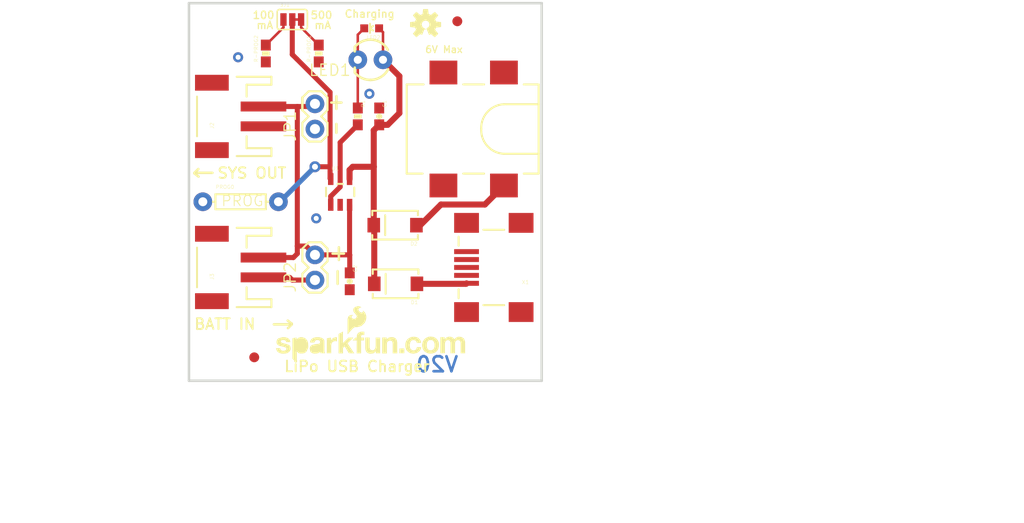
<source format=kicad_pcb>
(kicad_pcb (version 20211014) (generator pcbnew)
  (layers (0 "F.Cu" signal) (31 "B.Cu" signal) (34 "B.Paste" user) (35 "F.Paste" user) (36 "B.SilkS" user "B.Silkscreen") (37 "F.SilkS" user "F.Silkscreen") (38 "B.Mask" user) (39 "F.Mask" user) (44 "Edge.Cuts" user))
  (net 0 "")
  (net 1 "GND")
  (net 2 "N$1")
  (net 3 "N$7")
  (net 4 "PROG")
  (net 5 "N$4")
  (net 6 "N$5")
  (net 7 "N$2")
  (net 8 "N$3")
  (net 9 "N$6")
  (net 10 "N$10")
  (net 11 "N$8")
  (footprint "boardEagle:OSHW-LOGO-S" (layer "F.Cu") (at 154.5717 88.1126)
    (fp_text reference "LOGO1" hide)
    (fp_text value "OSHW-LOGOS" hide)
    (fp_poly (pts (xy 0.301647 -1.061351) (xy 0.42347 -1.022344) (xy 0.537177 -0.963769) (xy 0.92862 -1.282946) (xy 1.282946 -0.92862) (xy 0.961035 -0.533823) (xy 1.057046 -0.302084) (xy 1.5638 -0.250561) (xy 1.5638 0.250561) (xy 1.057046 0.302084) (xy 0.961035 0.533823) (xy 1.282946 0.92862) (xy 0.92862 1.282946) (xy 0.537177 0.96377) (xy 0.356601 1.056794) (xy 0.088679 0.410073) (xy 0.326262 0.2176) (xy 0.373649 0.121468) (xy 0.392729 0.010339) (xy 0.379464 -0.101634) (xy 0.334947 -0.205229) (xy 0.262842 -0.291918) (xy 0.169087 -0.354561) (xy 0.061406 -0.387999) (xy -0.051342 -0.38948) (xy -0.159868 -0.358881) (xy -0.255234 -0.298724) (xy -0.329589 -0.213962) (xy -0.376813 -0.111569) (xy -0.392176 -0.005767) (xy -0.322923 0.222565) (xy -0.249312 0.303773) (xy 0.091677 0.5081) (xy -0.12929 0.5081) (xy -0.355332 1.053732) (xy -0.506597 0.983577) (xy -0.538922 0.965192) (xy -0.92862 1.282946) (xy -1.282946 0.92862) (xy -0.961035 0.533823) (xy -1.057046 0.302084) (xy -1.5638 0.250561) (xy -1.5638 -0.250561) (xy -1.057046 -0.302084) (xy -0.961035 -0.533823) (xy -1.282946 -0.92862) (xy -0.92862 -1.282946) (xy -0.533823 -0.961035) (xy -0.302084 -1.057046) (xy -0.250561 -1.5638) (xy 0.250561 -1.5638)) (layer "F.SilkS") (width 0) (fill solid))
  )
  (footprint "boardEagle:STAND-OFF" (layer "F.Cu") (at 133.2611 88.4936)
    (fp_text reference "JP8" hide)
    (fp_text value "STAND-OFF" hide)
    (pad "" np_thru_hole circle (at 0 0) (size 3.302 3.302) (drill 3.302) (layers *.Cu *.Mask))
  )
  (footprint "boardEagle:POWER_JACK_SMD" (layer "F.Cu") (at 162.4711 98.6536 180)
    (fp_text reference "J1" hide)
    (fp_text value "POWER_JACKSMD" hide)
    (fp_line (start -3.5 2.5) (end -3.5 4.5) (layer "F.SilkS") (width 0.2032))
    (fp_line (start 9.8 -4.5) (end 9.8 4.5) (layer "F.SilkS") (width 0.2032))
    (fp_line (start 4.1 4.5) (end 2 4.5) (layer "F.SilkS") (width 0.2032))
    (fp_line (start -3.5 -4.5) (end -2 -4.5) (layer "F.SilkS") (width 0.2032))
    (fp_line (start -2 4.5) (end -3.5 4.5) (layer "F.SilkS") (width 0.2032))
    (fp_line (start 8.2 -4.5) (end 9.8 -4.5) (layer "F.SilkS") (width 0.2032))
    (fp_line (start -3.5 -2.5) (end 0 -2.5) (layer "F.SilkS") (width 0.2032))
    (fp_line (start -3.5 -4.5) (end -3.5 -2.5) (layer "F.SilkS") (width 0.2032))
    (fp_line (start 0 2.5) (end -3.5 2.5) (layer "F.SilkS") (width 0.2032))
    (fp_line (start -3.5 -2.5) (end -3.5 2.5) (layer "F.SilkS") (width 0.2032))
    (fp_line (start 2 -4.5) (end 4.1 -4.5) (layer "F.SilkS") (width 0.2032))
    (fp_line (start 9.8 4.5) (end 8.1 4.5) (layer "F.SilkS") (width 0.2032))
    (fp_arc (start 2.286 0) (mid 1.660767 1.723446) (end 0 2.5) (layer "F.SilkS") (width 0.2032))
    (fp_arc (start 0 -2.5) (mid 1.660767 -1.723446) (end 2.286 0) (layer "F.SilkS") (width 0.2032))
    (pad "" np_thru_hole circle (at 4.572 0 180) (size 2.032 2.032) (drill 2.032) (layers *.Cu *.Mask))
    (pad "" np_thru_hole circle (at 0 0 180) (size 2.032 2.032) (drill 2.032) (layers *.Cu *.Mask))
    (pad "GND" smd rect (at 0 5.7 180) (size 2.8 2.4) (layers "F.Cu" "F.Paste" "F.Mask") (net 1 "GND"))
    (pad "P$4" smd rect (at 6.1 5.7 180) (size 2.8 2.4) (layers "F.Cu" "F.Paste" "F.Mask") (net 1 "GND"))
    (pad "VIN0" smd rect (at 0 -5.7 180) (size 2.8 2.4) (layers "F.Cu" "F.Paste" "F.Mask") (net 11 "N$8"))
    (pad "VIN1" smd rect (at 6.1 -5.7 180) (size 2.8 2.4) (layers "F.Cu" "F.Paste" "F.Mask"))
  )
  (footprint "boardEagle:FIDUCIAL-1X2" (layer "F.Cu") (at 137.2997 121.6914)
    (fp_text reference "JP12" hide)
    (fp_text value "FIDUCIAL1X2" hide)
    (pad "1" smd roundrect (at 0 0) (size 1 1) (layers "F.Cu" "F.Mask") (roundrect_rratio 0.5))
  )
  (footprint "boardEagle:0603-RES" (layer "F.Cu") (at 147.7391 97.3836 -90)
    (fp_text reference "R1" (at -0.889 -0.762 -90) (layer "F.SilkS") (effects (font (size 0.373888 0.373888) (thickness 0.032512)) (justify left bottom)))
    (fp_text value "330")
    (fp_poly (pts (xy -0.2286 0.381) (xy 0.2286 0.381) (xy 0.2286 -0.381) (xy -0.2286 -0.381)) (layer "F.SilkS") (width 0) (fill solid))
    (pad "1" smd rect (at -0.85 0 270) (size 1.1 1) (layers "F.Cu" "F.Paste" "F.Mask") (net 8 "N$3"))
    (pad "2" smd rect (at 0.85 0 270) (size 1.1 1) (layers "F.Cu" "F.Paste" "F.Mask") (net 7 "N$2"))
  )
  (footprint "boardEagle:SFE-NEW-WEBLOGO" (layer "F.Cu") (at 139.5095 122.2248)
    (fp_text reference "JP11" hide)
    (fp_text value "LOGO-SFENEW" hide)
    (fp_line (start 11.7729 -0.955) (end 11.7729 -1.9202) (layer "F.SilkS") (width 0.0254))
    (fp_line (start 11.1379 -0.9449) (end 10.7163 -0.9449) (layer "F.SilkS") (width 0.0254))
    (fp_line (start 11.1201 -2.2962) (end 11.1277 -2.2962) (layer "F.SilkS") (width 0.0254))
    (fp_line (start 10.7163 -0.9449) (end 10.7163 -2.5171) (layer "F.SilkS") (width 0.0254))
    (fp_line (start 15.5702 -2.6137) (end 15.5854 -2.6137) (layer "F.SilkS") (width 0.0254))
    (fp_line (start 15.5702 -2.2962) (end 15.5702 -2.6137) (layer "F.SilkS") (width 0.0254))
    (fp_line (start 15.5499 -2.6137) (end 15.5499 -2.2911) (layer "F.SilkS") (width 0.0254))
    (fp_line (start 11.1379 -1.8136) (end 11.1379 -0.9449) (layer "F.SilkS") (width 0.0254))
    (fp_line (start 12.1818 -2.0091) (end 12.1818 -0.955) (layer "F.SilkS") (width 0.0254))
    (fp_line (start 11.1201 -2.5171) (end 11.1201 -2.2962) (layer "F.SilkS") (width 0.0254))
    (fp_line (start 10.7163 -2.5171) (end 11.1201 -2.5171) (layer "F.SilkS") (width 0.0254))
    (fp_line (start 12.1818 -0.955) (end 11.7729 -0.955) (layer "F.SilkS") (width 0.0254))
    (fp_line (start 15.5499 -2.2911) (end 15.527 -2.2911) (layer "F.SilkS") (width 0.0254))
    (fp_arc (start 15.24 -1.4097) (mid 15.194331 -1.520588) (end 15.1714 -1.6383) (layer "F.SilkS") (width 0.0254))
    (fp_arc (start 11.5672 -2.5552) (mid 11.667584 -2.556058) (end 11.7678 -2.5502) (layer "F.SilkS") (width 0.0254))
    (fp_arc (start 11.1582 -2.319) (mid 11.152103 -2.311188) (end 11.1455 -2.3038) (layer "F.SilkS") (width 0.0254))
    (fp_arc (start 16.4033 -1.8085) (mid 16.380488 -1.583529) (end 16.317 -1.3665) (layer "F.SilkS") (width 0.0254))
    (fp_arc (start 15.5854 -2.6137) (mid 15.698073 -2.606673) (end 15.809 -2.5857) (layer "F.SilkS") (width 0.0254))
    (fp_arc (start 11.1684 -2.0396) (mid 11.206138 -2.110015) (end 11.2598 -2.1692) (layer "F.SilkS") (width 0.0254))
    (fp_arc (start 11.259799 -2.1692) (mid 11.334441 -2.214452) (end 11.4198 -2.2327) (layer "F.SilkS") (width 0.0254))
    (fp_arc (start 14.7549 -1.9507) (mid 14.882786 -2.260687) (end 15.128201 -2.4892) (layer "F.SilkS") (width 0.0254))
    (fp_arc (start 11.5976 -2.2276) (mid 11.664346 -2.1894) (end 11.7145 -2.1311) (layer "F.SilkS") (width 0.0254))
    (fp_arc (start 15.5702 -2.2962) (mid 15.650001 -2.290017) (end 15.7277 -2.2708) (layer "F.SilkS") (width 0.0254))
    (fp_arc (start 11.5316 -2.2377) (mid 11.475702 -2.235165) (end 11.4198 -2.2327) (layer "F.SilkS") (width 0.0254))
    (fp_arc (start 15.7632 -1.2725) (mid 15.597525 -1.230563) (end 15.428 -1.2522) (layer "F.SilkS") (width 0.0254))
    (fp_arc (start 15.5423 -0.9195) (mid 15.249615 -0.972854) (end 14.9911 -1.1201) (layer "F.SilkS") (width 0.0254))
    (fp_arc (start 11.1582 -2.319) (mid 11.172158 -2.338081) (end 11.1862 -2.3571) (layer "F.SilkS") (width 0.0254))
    (fp_arc (start 11.2725 -2.446) (mid 11.411238 -2.52384) (end 11.5672 -2.5552) (layer "F.SilkS") (width 0.0254))
    (fp_arc (start 15.908 -1.4097) (mid 15.846801 -1.329279) (end 15.7632 -1.2725) (layer "F.SilkS") (width 0.0254))
    (fp_arc (start 14.8615 -1.27) (mid 14.792796 -1.413418) (end 14.7523 -1.5672) (layer "F.SilkS") (width 0.0254))
    (fp_arc (start 11.1862 -2.3571) (mid 11.2264 -2.404414) (end 11.2725 -2.446) (layer "F.SilkS") (width 0.0254))
    (fp_arc (start 12.0345 -2.4257) (mid 12.104013 -2.336521) (end 12.1488 -2.232699) (layer "F.SilkS") (width 0.0254))
    (fp_arc (start 12.1488 -2.2327) (mid 12.172766 -2.122002) (end 12.1818 -2.0091) (layer "F.SilkS") (width 0.0254))
    (fp_arc (start 15.1714 -1.6383) (mid 15.165026 -1.761448) (end 15.1689 -1.8847) (layer "F.SilkS") (width 0.0254))
    (fp_arc (start 14.9911 -1.1201) (mid 14.919858 -1.189481) (end 14.8615 -1.27) (layer "F.SilkS") (width 0.0254))
    (fp_arc (start 15.168899 -1.8847) (mid 15.20247 -2.035022) (end 15.2781 -2.1692) (layer "F.SilkS") (width 0.0254))
    (fp_arc (start 15.9868 -1.7196) (mid 15.966058 -1.559906) (end 15.908 -1.4097) (layer "F.SilkS") (width 0.0254))
    (fp_arc (start 15.809 -2.5857) (mid 15.978822 -2.520652) (end 16.129 -2.4181) (layer "F.SilkS") (width 0.0254))
    (fp_arc (start 15.428 -1.2522) (mid 15.31871 -1.312699) (end 15.24 -1.4097) (layer "F.SilkS") (width 0.0254))
    (fp_arc (start 11.1455 -2.3038) (mid 11.137379 -2.298176) (end 11.1277 -2.2962) (layer "F.SilkS") (width 0.0254))
    (fp_arc (start 16.317 -1.3665) (mid 16.153433 -1.12491) (end 15.9029 -0.9754) (layer "F.SilkS") (width 0.0254))
    (fp_arc (start 11.1379 -1.8821) (mid 11.146106 -1.962214) (end 11.1684 -2.0396) (layer "F.SilkS") (width 0.0254))
    (fp_arc (start 11.7678 -2.5502) (mid 11.911985 -2.511161) (end 12.0345 -2.425699) (layer "F.SilkS") (width 0.0254))
    (fp_arc (start 11.1379 -1.8136) (mid 11.137681 -1.84785) (end 11.1379 -1.8821) (layer "F.SilkS") (width 0.0254))
    (fp_arc (start 15.9029 -0.9754) (mid 15.724919 -0.932492) (end 15.5423 -0.9195) (layer "F.SilkS") (width 0.0254))
    (fp_arc (start 15.8318 -2.2047) (mid 15.910982 -2.096372) (end 15.9588 -1.971) (layer "F.SilkS") (width 0.0254))
    (fp_arc (start 15.278099 -2.1692) (mid 15.388433 -2.258974) (end 15.527 -2.2911) (layer "F.SilkS") (width 0.0254))
    (fp_arc (start 11.7145 -2.1311) (mid 11.758038 -2.02962) (end 11.7729 -1.9202) (layer "F.SilkS") (width 0.0254))
    (fp_arc (start 16.129 -2.4181) (mid 16.333054 -2.143404) (end 16.4033 -1.808499) (layer "F.SilkS") (width 0.0254))
    (fp_arc (start 15.7277 -2.2708) (mid 15.783745 -2.244042) (end 15.8318 -2.2047) (layer "F.SilkS") (width 0.0254))
    (fp_arc (start 14.7523 -1.5672) (mid 14.737287 -1.759061) (end 14.7549 -1.9507) (layer "F.SilkS") (width 0.0254))
    (fp_arc (start 15.9588 -1.971) (mid 15.980368 -1.846143) (end 15.9868 -1.7196) (layer "F.SilkS") (width 0.0254))
    (fp_arc (start 11.5316 -2.2377) (mid 11.565101 -2.235924) (end 11.5976 -2.2276) (layer "F.SilkS") (width 0.0254))
    (fp_arc (start 15.1282 -2.4892) (mid 15.331296 -2.577713) (end 15.5499 -2.6137) (layer "F.SilkS") (width 0.0254))
    (fp_poly (pts (xy 0.803285 -2.567895) (xy 0.944243 -2.553799) (xy 1.081508 -2.516334) (xy 1.193542 -2.461399) (xy 1.291841 -2.383865) (xy 1.357039 -2.297824) (xy 1.377068 -2.257603) (xy 1.393653 -2.216867) (xy 1.417283 -2.151914) (xy 1.353784 -2.105111) (xy 1.152335 -2.254241) (xy 0.736496 -2.387002) (xy 0.372563 -2.277101) (xy 0.417885 -2.019712) (xy 1.241556 -1.540676) (xy 1.263422 -1.497067) (xy 1.147655 -1.152457) (xy 0.724605 -1.058492) (xy -0.038666 -1.4605) (xy 0.4115 -1.4605) (xy 0.4115 -1.443466) (xy 0.420402 -1.369907) (xy 0.454647 -1.305856) (xy 0.524204 -1.243359) (xy 0.610838 -1.206018) (xy 0.637726 -1.200933) (xy 0.665996 -1.198897) (xy 0.7328 -1.198389) (xy 0.79791 -1.198884) (xy 0.968129 -1.258019) (xy 1.007666 -1.302193) (xy 1.028603 -1.358428) (xy 1.025789 -1.425439) (xy 0.995864 -1.485288) (xy 0.943734 -1.527918) (xy 0.715431 -1.605731) (xy 0.533161 -1.644154) (xy 0.351479 -1.692254) (xy 0.230117 -1.743632) (xy 0.122357 -1.822697) (xy 0.0457 -1.960096) (xy 0.0457 -1.963141) (xy 0.038572 -2.135467) (xy 0.0838 -2.300409) (xy 0.0838 -2.303445) (xy 0.206233 -2.444416) (xy 0.620397 -2.567885) (xy 0.71245 -2.568634)) (layer "F.SilkS") (width 0) (fill solid))
    (fp_poly (pts (xy 9.4234 -1.520809) (xy 9.472888 -1.359974) (xy 9.516069 -1.308185) (xy 9.573108 -1.271734) (xy 9.714103 -1.241374) (xy 9.853529 -1.268908) (xy 10.003067 -1.442966) (xy 10.033 -1.684784) (xy 10.033 -2.5273) (xy 10.48 -2.5273) (xy 10.48 -0.9398) (xy 10.0533 -0.9398) (xy 10.0533 -1.159713) (xy 9.961626 -1.051965) (xy 9.823848 -0.946774) (xy 9.797269 -0.933513) (xy 9.76873 -0.924761) (xy 9.46843 -0.899096) (xy 9.311419 -0.929258) (xy 9.173895 -1.0008) (xy 9.172522 -1.0008) (xy 9.155194 -1.014756) (xy 9.141833 -1.028106) (xy 9.055991 -1.150842) (xy 9.0022 -1.291099) (xy 8.984 -1.439423) (xy 8.984 -2.5324) (xy 9.4234 -2.5324)) (layer "F.SilkS") (width 0) (fill solid))
    (fp_poly (pts (xy 17.714962 -2.583496) (xy 17.714669 -2.58013) (xy 17.812284 -2.526288) (xy 17.900302 -2.442716) (xy 17.956995 -2.351455) (xy 17.961394 -2.355854) (xy 18.007182 -2.404147) (xy 18.086856 -2.480888) (xy 18.177617 -2.546023) (xy 18.30384 -2.60027) (xy 18.440544 -2.616304) (xy 18.698981 -2.580082) (xy 18.93345 -2.426436) (xy 19.05 -2.112985) (xy 19.05 -0.9398) (xy 18.6004 -0.9398) (xy 18.6004 -1.979658) (xy 18.558302 -2.150487) (xy 18.49797 -2.220003) (xy 18.412014 -2.255689) (xy 18.322362 -2.262413) (xy 18.233537 -2.253336) (xy 18.121633 -2.190061) (xy 18.068614 -2.109201) (xy 18.041426 -2.014408) (xy 18.036069 -1.960144) (xy 18.034 -1.904767) (xy 18.034 -0.9398) (xy 17.5768 -0.9398) (xy 17.5768 -2.006808) (xy 17.507834 -2.191589) (xy 17.433119 -2.246143) (xy 17.339789 -2.26304) (xy 17.298061 -2.260863) (xy 17.256145 -2.258198) (xy 17.19103 -2.2421) (xy 17.135402 -2.205103) (xy 17.092564 -2.160343) (xy 17.055171 -2.112821) (xy 17.0155 -1.934108) (xy 17.0155 -0.9423) (xy 16.5583 -0.9423) (xy 16.5583 -2.573) (xy 16.9824 -2.573) (xy 16.9824 -2.355139) (xy 16.985319 -2.355789) (xy 17.015959 -2.3959) (xy 17.093229 -2.475705) (xy 17.171263 -2.538367) (xy 17.262579 -2.579887) (xy 17.318155 -2.59498) (xy 17.374103 -2.605849) (xy 17.443329 -2.614463) (xy 17.514022 -2.618767)) (layer "F.SilkS") (width 0) (fill solid))
    (fp_poly (pts (xy 6.7335 -1.97376) (xy 7.284539 -2.5248) (xy 7.78835 -2.5248) (xy 7.197009 -1.946483) (xy 7.869909 -0.937183) (xy 7.330929 -0.939835) (xy 6.903958 -1.643716) (xy 6.7386 -1.483032) (xy 6.7386 -0.9296) (xy 6.306639 -0.9296) (xy 6.2941 -0.942139) (xy 6.2941 -2.887776) (xy 6.7335 -3.138467)) (layer "F.SilkS") (width 0) (fill solid))
    (fp_poly (pts (xy 12.4257 -0.9449) (xy 12.921 -0.9449) (xy 12.921 -1.43) (xy 12.4257 -1.43)) (layer "F.SilkS") (width 0) (fill solid))
    (fp_poly (pts (xy 8.337002 -5.691103) (xy 8.426449 -5.668729) (xy 8.439477 -5.663683) (xy 8.451149 -5.657775) (xy 8.46786 -5.649476) (xy 8.486552 -5.642734) (xy 8.582694 -5.5855) (xy 8.5903 -5.5855) (xy 8.5903 -5.5601) (xy 8.517833 -5.5601) (xy 8.419418 -5.540814) (xy 8.285855 -5.378186) (xy 8.290365 -5.319725) (xy 8.33909 -5.224769) (xy 8.415666 -5.148096) (xy 8.505069 -5.083538) (xy 8.580348 -5.051724) (xy 8.661737 -5.054532) (xy 8.669864 -5.057086) (xy 8.677257 -5.060289) (xy 8.741514 -5.119856) (xy 8.7478 -5.142712) (xy 8.7478 -5.260838) (xy 8.974707 -5.031027) (xy 9.079186 -4.739741) (xy 9.082603 -4.739794) (xy 9.08906 -4.533335) (xy 9.059857 -4.34032) (xy 8.996308 -4.155742) (xy 8.8773 -3.944478) (xy 8.8773 -3.963481) (xy 8.589131 -3.69191) (xy 8.193239 -3.5814) (xy 7.964005 -3.5814) (xy 7.927201 -3.574946) (xy 7.892776 -3.562492) (xy 7.707322 -3.424684) (xy 7.1984 -2.85199) (xy 7.1984 -4.40367) (xy 7.271004 -4.644867) (xy 7.379295 -4.748389) (xy 7.518122 -4.800422) (xy 7.6149 -4.807989) (xy 7.710384 -4.800523) (xy 7.77091 -4.790999) (xy 7.768788 -4.767333) (xy 7.733216 -4.768142) (xy 7.712784 -4.759041) (xy 7.631519 -4.700054) (xy 7.611722 -4.67357) (xy 7.601395 -4.6114) (xy 7.611905 -4.548129) (xy 7.632405 -4.508074) (xy 7.663343 -4.475585) (xy 7.757535 -4.42645) (xy 7.863229 -4.414642) (xy 7.953768 -4.432984) (xy 8.03522 -4.472556) (xy 8.13303 -4.637559) (xy 8.118706 -4.731744) (xy 8.061914 -4.813301) (xy 7.795707 -5.146137) (xy 7.772667 -5.393755) (xy 7.838495 -5.504456) (xy 7.840042 -5.506003) (xy 7.989901 -5.63002) (xy 8.243676 -5.699964)) (layer "F.SilkS") (width 0) (fill solid))
    (fp_poly (pts (xy 2.834651 -2.506079) (xy 2.92707 -2.450683) (xy 3.011605 -2.383731) (xy 3.1267 -2.221709) (xy 3.1267 -2.263503) (xy 3.219434 -1.972794) (xy 3.236098 -1.526727) (xy 3.068933 -1.135798) (xy 2.975978 -1.041462) (xy 2.864973 -0.970996) (xy 2.740356 -0.92713) (xy 2.372489 -0.922) (xy 2.370226 -0.922) (xy 2.254471 -0.962806) (xy 2.0828 -1.127587) (xy 2.0828 0.010757) (xy 1.6434 -0.385552) (xy 1.6434 -2.45912) (xy 2.057593 -2.537568) (xy 2.055012 -2.330538) (xy 2.068304 -2.345345) (xy 2.15812 -2.442839) (xy 2.234107 -2.497896) (xy 2.368681 -2.552194) (xy 2.419192 -2.562883) (xy 2.620347 -2.565422)) (layer "F.SilkS") (width 0) (fill solid))
    (fp_poly (pts (xy 11.770768 -2.56283) (xy 12.043428 -2.435548) (xy 12.160999 -2.237024) (xy 12.1945 -2.010032) (xy 12.1945 -0.9423) (xy 11.7602 -0.9423) (xy 11.7602 -1.918474) (xy 11.70302 -2.124971) (xy 11.656141 -2.179464) (xy 11.593345 -2.215403) (xy 11.53092 -2.224956) (xy 11.476269 -2.222478) (xy 11.422495 -2.220106) (xy 11.268 -2.158791) (xy 11.18035 -2.034508) (xy 11.1506 -1.880883) (xy 11.1506 -0.9322) (xy 10.7036 -0.9322) (xy 10.7036 -2.5298) (xy 11.1328 -2.5298) (xy 11.1328 -2.310454) (xy 11.136857 -2.313263) (xy 11.148195 -2.326834) (xy 11.161924 -2.345602) (xy 11.176241 -2.364992) (xy 11.217267 -2.413279) (xy 11.265048 -2.456381) (xy 11.406772 -2.535896) (xy 11.566093 -2.567932)) (layer "F.SilkS") (width 0) (fill solid))
    (fp_poly (pts (xy 4.444983 -2.544915) (xy 4.588724 -2.501712) (xy 4.72259 -2.430523) (xy 4.844814 -2.271666) (xy 4.859671 -2.1819) (xy 4.8616 -2.1819) (xy 4.8616 -1.6891) (xy 4.864173 -1.6891) (xy 4.861603 -1.242544) (xy 4.871819 -1.108765) (xy 4.906709 -0.979276) (xy 4.920484 -0.9423) (xy 4.495275 -0.9423) (xy 4.477494 -0.951279) (xy 4.472002 -0.970735) (xy 4.468249 -0.985133) (xy 4.446292 -1.084946) (xy 4.440321 -1.089528) (xy 4.438946 -1.088886) (xy 4.309064 -0.98859) (xy 4.153188 -0.927249) (xy 3.824183 -0.906712) (xy 3.683825 -0.938256) (xy 3.554173 -1.000134) (xy 3.486826 -1.05665) (xy 3.437273 -1.130532) (xy 3.3807 -1.444163) (xy 3.3807 -1.446675) (xy 3.401941 -1.543624) (xy 3.446308 -1.632822) (xy 3.527788 -1.722902) (xy 3.632416 -1.784766) (xy 3.937258 -1.861632) (xy 4.048648 -1.873601) (xy 4.159032 -1.884616) (xy 4.224808 -1.893434) (xy 4.289167 -1.907055) (xy 4.336271 -1.923637) (xy 4.379043 -1.948303) (xy 4.407461 -1.974391) (xy 4.413402 -1.982997) (xy 4.4171 -1.991455) (xy 4.4171 -2.14983) (xy 4.358226 -2.232254) (xy 4.254396 -2.270917) (xy 4.188033 -2.274326) (xy 4.120968 -2.275774) (xy 4.006679 -2.25395) (xy 3.883049 -2.131716) (xy 3.8659 -2.045941) (xy 3.8659 -2.0295) (xy 3.429 -2.0295) (xy 3.429 -2.040006) (xy 3.418965 -2.041638) (xy 3.439259 -2.166448) (xy 3.491292 -2.283494) (xy 3.571378 -2.383462) (xy 3.674008 -2.459597) (xy 3.791998 -2.513469) (xy 3.916944 -2.547448) (xy 4.18103 -2.571338)) (layer "F.SilkS") (width 0) (fill solid))
    (fp_poly (pts (xy 6.1316 -2.557116) (xy 6.1316 -2.1463) (xy 6.115783 -2.1463) (xy 6.10653 -2.147054) (xy 6.097893 -2.149211) (xy 6.068387 -2.157247) (xy 6.038922 -2.161538) (xy 5.96265 -2.16474) (xy 5.887609 -2.16159) (xy 5.731931 -2.107297) (xy 5.637642 -2.018651) (xy 5.577302 -1.903423) (xy 5.5499 -1.736362) (xy 5.5499 -0.9423) (xy 5.107878 -0.9423) (xy 5.110519 -2.454146) (xy 5.522 -2.527255) (xy 5.522 -2.234211) (xy 5.526569 -2.235704) (xy 5.544428 -2.262537) (xy 5.578841 -2.314524) (xy 5.613758 -2.367854) (xy 5.686736 -2.438162) (xy 5.778008 -2.498223) (xy 5.979984 -2.565515)) (layer "F.SilkS") (width 0) (fill solid))
    (fp_poly (pts (xy 1.201557 -2.290098) (xy 1.414074 -2.156268) (xy 1.42383 -2.065) (xy 1.01008 -2.065) (xy 1.00135 -2.126336) (xy 0.936084 -2.220524) (xy 0.871818 -2.257603) (xy 0.798545 -2.2758) (xy 0.628591 -2.2758) (xy 0.583991 -2.267366) (xy 0.541641 -2.251683) (xy 0.51157 -2.232098) (xy 0.488615 -2.205726) (xy 0.469153 -2.152745) (xy 0.474605 -2.097619) (xy 0.521549 -2.031824) (xy 0.664468 -1.962838) (xy 0.866638 -1.922444) (xy 1.206678 -1.822687) (xy 1.354318 -1.729494) (xy 1.389578 -1.692366) (xy 1.416579 -1.648151) (xy 1.460229 -1.440208) (xy 1.447804 -1.4376) (xy 1.460484 -1.436955) (xy 1.457817 -1.384541) (xy 1.452657 -1.33034) (xy 1.371775 -1.140043) (xy 1.14885 -0.969822) (xy 1.013381 -0.927267) (xy 0.74708 -0.904177) (xy 0.617383 -0.909691) (xy 0.487493 -0.922202) (xy 0.306845 -0.984179) (xy 0.185213 -1.061804) (xy 0.109225 -1.132023) (xy 0.056988 -1.2215) (xy 0.013059 -1.350644) (xy 0.002577 -1.410659) (xy -0.00152 -1.469003) (xy 0.738195 -1.10308) (xy 1.120535 -1.189415) (xy 1.224069 -1.497645) (xy 0.809011 -1.723764) (xy 0.364394 -1.98847) (xy 0.308075 -2.310537) (xy 0.741882 -2.423672)) (layer "F.SilkS") (width 0) (fill solid))
    (fp_poly (pts (xy 15.5499 -2.609649) (xy 15.5499 -2.29782) (xy 15.429469 -2.281338) (xy 15.314616 -2.217851) (xy 15.23586 -2.109416) (xy 15.196312 -2.020604) (xy 15.168868 -1.873153) (xy 15.163824 -1.687316) (xy 15.181322 -1.562471) (xy 15.218744 -1.447652) (xy 15.272523 -1.345) (xy 15.437302 -1.244156) (xy 15.6121 -1.221967) (xy 15.787119 -1.281181) (xy 15.894998 -1.379217) (xy 15.949332 -1.500229) (xy 15.9868 -1.655017) (xy 15.9868 -1.797481) (xy 15.961756 -1.990339) (xy 15.88736 -2.151531) (xy 15.803924 -2.232457) (xy 15.708711 -2.283762) (xy 15.58997 -2.2936) (xy 15.567485 -2.2936) (xy 15.57294 -2.617878) (xy 15.788992 -2.590535) (xy 15.954486 -2.53364) (xy 16.155367 -2.394616) (xy 16.266844 -2.264968) (xy 16.37246 -2.027864) (xy 16.400898 -1.805948) (xy 16.375193 -1.592623) (xy 16.305839 -1.343513) (xy 16.222719 -1.211114) (xy 16.101494 -1.095067) (xy 15.987532 -1.014773) (xy 15.799031 -0.950211) (xy 15.544583 -0.924513) (xy 15.240687 -0.965682) (xy 14.951456 -1.146439) (xy 14.788469 -1.399985) (xy 14.726674 -1.793647) (xy 14.809154 -2.154405) (xy 15.026083 -2.4307) (xy 15.368412 -2.600648) (xy 15.51864 -2.6187) (xy 15.52691 -2.6187)) (layer "F.SilkS") (width 0) (fill solid))
    (fp_poly (pts (xy 8.809435 -3.119895) (xy 8.875117 -3.1166) (xy 8.89 -3.1166) (xy 8.89 -2.7889) (xy 8.869112 -2.7889) (xy 8.841108 -2.7915) (xy 8.660351 -2.7915) (xy 8.587936 -2.740064) (xy 8.571192 -2.699602) (xy 8.5649 -2.653436) (xy 8.5649 -2.5273) (xy 8.8621 -2.5273) (xy 8.8621 -2.2352) (xy 8.5623 -2.2352) (xy 8.5623 -0.9322) (xy 8.1204 -0.9322) (xy 8.1204 -2.232779) (xy 7.70383 -2.235391) (xy 7.995739 -2.5273) (xy 8.1255 -2.5273) (xy 8.1255 -2.560826) (xy 8.143432 -2.77702) (xy 8.219199 -2.938937) (xy 8.324367 -3.032939) (xy 8.449534 -3.095959) (xy 8.586403 -3.1242) (xy 8.743112 -3.1242)) (layer "F.SilkS") (width 0) (fill solid))
    (fp_poly (pts (xy 14.181776 -2.563159) (xy 14.181555 -2.560669) (xy 14.327447 -2.496725) (xy 14.547848 -2.246517) (xy 14.619242 -1.9914) (xy 14.1707 -1.9914) (xy 14.1707 -2.005388) (xy 14.15242 -2.10038) (xy 14.100807 -2.180729) (xy 14.023181 -2.236025) (xy 13.860405 -2.2706) (xy 13.694207 -2.245798) (xy 13.653262 -2.227396) (xy 13.618712 -2.198612) (xy 13.531409 -2.074936) (xy 13.459735 -1.779947) (xy 13.507258 -1.471936) (xy 13.55233 -1.379537) (xy 13.718934 -1.256376) (xy 13.795519 -1.238584) (xy 13.875272 -1.234455) (xy 13.963395 -1.249226) (xy 14.044683 -1.286045) (xy 14.088707 -1.320383) (xy 14.123821 -1.362695) (xy 14.191983 -1.5646) (xy 14.6202 -1.5646) (xy 14.6202 -1.546046) (xy 14.607183 -1.4497) (xy 14.551954 -1.307962) (xy 14.468685 -1.180108) (xy 14.234909 -0.989147) (xy 13.88734 -0.904104) (xy 13.726062 -0.914148) (xy 13.567886 -0.942693) (xy 13.423659 -0.994928) (xy 13.188191 -1.185237) (xy 13.098694 -1.32648) (xy 13.017451 -1.644495) (xy 13.0251 -1.894992) (xy 13.0251 -1.896181) (xy 13.064859 -2.076939) (xy 13.14486 -2.243932) (xy 13.26133 -2.388842) (xy 13.574558 -2.580191) (xy 13.883988 -2.616332)) (layer "F.SilkS") (width 0) (fill solid))
  )
  (footprint "boardEagle:SJ_3" (layer "F.Cu") (at 141.1351 87.6046)
    (fp_text reference "SJ1" (at -1.27 -1.27) (layer "F.SilkS") (effects (font (size 0.373888 0.373888) (thickness 0.032512)) (justify left bottom)))
    (fp_text value "")
    (fp_line (start -1.524 0.762) (end -1.524 -0.762) (layer "F.SilkS") (width 0.1524))
    (fp_line (start 1.524 0.762) (end 1.524 -0.762) (layer "F.SilkS") (width 0.1524))
    (fp_line (start 1.27 1.016) (end -1.27 1.016) (layer "F.SilkS") (width 0.1524))
    (fp_line (start -1.27 -1.016) (end 1.27 -1.016) (layer "F.SilkS") (width 0.1524))
    (fp_arc (start -1.27 1.016) (mid -1.449605 0.941605) (end -1.524 0.762) (layer "F.SilkS") (width 0.1524))
    (fp_arc (start -1.524 -0.762) (mid -1.449605 -0.941605) (end -1.27 -1.016) (layer "F.SilkS") (width 0.1524))
    (fp_arc (start 1.27 -1.016) (mid 1.449605 -0.941605) (end 1.524 -0.762) (layer "F.SilkS") (width 0.1524))
    (fp_arc (start 1.524 0.762) (mid 1.449605 0.941605) (end 1.27 1.016) (layer "F.SilkS") (width 0.1524))
    (pad "1" smd rect (at -0.889 0) (size 0.635 1.27) (layers "F.Cu" "F.Mask") (net 3 "N$7"))
    (pad "2" smd rect (at 0 0) (size 0.635 1.27) (layers "F.Cu" "F.Mask") (net 4 "PROG"))
    (pad "3" smd rect (at 0.889 0) (size 0.635 1.27) (layers "F.Cu" "F.Mask") (net 5 "N$4"))
  )
  (footprint "boardEagle:LED-0603" (layer "F.Cu") (at 149.1361 88.4936 90)
    (fp_text reference "LED2" (at -0.6985 0.889 180) (layer "F.SilkS") (effects (font (size 0.373888 0.373888) (thickness 0.032512)) (justify right top)))
    (fp_text value "RED")
    (fp_line (start -0.46 -0.17) (end 0 -0.17) (layer "F.SilkS") (width 0.2032))
    (fp_line (start 0 -0.17) (end 0.2338 0.14) (layer "F.SilkS") (width 0.2032))
    (fp_line (start -0.0254 -0.1546) (end -0.2184 0.14) (layer "F.SilkS") (width 0.2032))
    (fp_line (start 0.46 -0.17) (end 0 -0.17) (layer "F.SilkS") (width 0.2032))
    (pad "A" smd rect (at 0 0.75 90) (size 0.8 0.8) (layers "F.Cu" "F.Paste" "F.Mask") (net 2 "N$1"))
    (pad "C" smd rect (at 0 -0.75 90) (size 0.8 0.8) (layers "F.Cu" "F.Paste" "F.Mask") (net 8 "N$3"))
  )
  (footprint "boardEagle:SMA-DIODE" (layer "F.Cu") (at 151.5491 114.2746 180)
    (fp_text reference "D1" (at -2.286 -1.651 180) (layer "F.SilkS") (effects (font (size 0.373888 0.373888) (thickness 0.032512)) (justify right top)))
    (fp_text value "MBRA140")
    (fp_line (start 2.3 1) (end 2.3 1.45) (layer "F.SilkS") (width 0.2032))
    (fp_line (start 1 -1) (end 1 1) (layer "F.SilkS") (width 0.2032))
    (fp_line (start 2.3 -1.45) (end 2.3 -1) (layer "F.SilkS") (width 0.2032))
    (fp_line (start 2.3 1.45) (end -2.3 1.45) (layer "F.SilkS") (width 0.2032))
    (fp_line (start -2.3 1.45) (end -2.3 1) (layer "F.SilkS") (width 0.2032))
    (fp_line (start -2.3 -1) (end -2.3 -1.45) (layer "F.SilkS") (width 0.2032))
    (fp_line (start -2.3 -1.45) (end 2.3 -1.45) (layer "F.SilkS") (width 0.2032))
    (pad "A" smd rect (at -2.15 0) (size 1.27 1.47) (layers "F.Cu" "F.Paste" "F.Mask") (net 9 "N$6"))
    (pad "C" smd rect (at 2.15 0 180) (size 1.27 1.47) (layers "F.Cu" "F.Paste" "F.Mask") (net 2 "N$1"))
  )
  (footprint "boardEagle:JST-2-SMD" (layer "F.Cu") (at 134.5311 97.3836 90)
    (fp_text reference "J2" (at -1.27 -1.27 90) (layer "F.SilkS") (effects (font (size 0.373888 0.373888) (thickness 0.032512)) (justify left bottom)))
    (fp_text value "")
    (fp_line (start 2 -3) (end -2 -3) (layer "F.SilkS") (width 0.2032))
    (fp_line (start -3.2 2) (end -2 2) (layer "F.SilkS") (width 0.2032))
    (fp_line (start 4 4.5) (end 4 1) (layer "F.SilkS") (width 0.2032))
    (fp_line (start -4 4.5) (end -3.2 4.5) (layer "F.SilkS") (width 0.2032))
    (fp_line (start -4 1) (end -4 4.5) (layer "F.SilkS") (width 0.2032))
    (fp_line (start 3.2 2) (end 3.2 4.5) (layer "F.SilkS") (width 0.2032))
    (fp_line (start 3.2 4.5) (end 4 4.5) (layer "F.SilkS") (width 0.2032))
    (fp_line (start -3.2 4.5) (end -3.2 2) (layer "F.SilkS") (width 0.2032))
    (fp_line (start 2 2) (end 3.2 2) (layer "F.SilkS") (width 0.2032))
    (pad "1" smd rect (at -1 3.7 90) (size 1 4.6) (layers "F.Cu" "F.Paste" "F.Mask") (net 1 "GND"))
    (pad "2" smd rect (at 1 3.7 90) (size 1 4.6) (layers "F.Cu" "F.Paste" "F.Mask") (net 10 "N$10"))
    (pad "NC1" smd rect (at -3.4 -1.5 180) (size 3.4 1.6) (layers "F.Cu" "F.Paste" "F.Mask"))
    (pad "NC2" smd rect (at 3.4 -1.5 180) (size 3.4 1.6) (layers "F.Cu" "F.Paste" "F.Mask"))
  )
  (footprint "boardEagle:STAND-OFF" (layer "F.Cu") (at 163.7411 88.4936)
    (fp_text reference "JP10" hide)
    (fp_text value "STAND-OFF" hide)
    (pad "" np_thru_hole circle (at 0 0) (size 3.302 3.302) (drill 3.302) (layers *.Cu *.Mask))
  )
  (footprint "boardEagle:0603-RES" (layer "F.Cu") (at 138.4681 91.0336 90)
    (fp_text reference "R-PROG2" (at -0.889 -0.762 90) (layer "F.SilkS") (effects (font (size 0.373888 0.373888) (thickness 0.032512)) (justify left bottom)))
    (fp_text value "10k")
    (fp_poly (pts (xy -0.2286 0.381) (xy 0.2286 0.381) (xy 0.2286 -0.381) (xy -0.2286 -0.381)) (layer "F.SilkS") (width 0) (fill solid))
    (pad "1" smd rect (at -0.85 0 90) (size 1.1 1) (layers "F.Cu" "F.Paste" "F.Mask") (net 1 "GND"))
    (pad "2" smd rect (at 0.85 0 90) (size 1.1 1) (layers "F.Cu" "F.Paste" "F.Mask") (net 3 "N$7"))
  )
  (footprint "boardEagle:SMA-DIODE" (layer "F.Cu") (at 151.4983 108.3564 180)
    (fp_text reference "D2" (at -2.286 -1.651 180) (layer "F.SilkS") (effects (font (size 0.373888 0.373888) (thickness 0.032512)) (justify right top)))
    (fp_text value "MBRA140")
    (fp_line (start -2.3 1.45) (end -2.3 1) (layer "F.SilkS") (width 0.2032))
    (fp_line (start -2.3 -1.45) (end 2.3 -1.45) (layer "F.SilkS") (width 0.2032))
    (fp_line (start 2.3 -1.45) (end 2.3 -1) (layer "F.SilkS") (width 0.2032))
    (fp_line (start 2.3 1.45) (end -2.3 1.45) (layer "F.SilkS") (width 0.2032))
    (fp_line (start -2.3 -1) (end -2.3 -1.45) (layer "F.SilkS") (width 0.2032))
    (fp_line (start 1 -1) (end 1 1) (layer "F.SilkS") (width 0.2032))
    (fp_line (start 2.3 1) (end 2.3 1.45) (layer "F.SilkS") (width 0.2032))
    (pad "A" smd rect (at -2.15 0) (size 1.27 1.47) (layers "F.Cu" "F.Paste" "F.Mask") (net 11 "N$8"))
    (pad "C" smd rect (at 2.15 0 180) (size 1.27 1.47) (layers "F.Cu" "F.Paste" "F.Mask") (net 2 "N$1"))
  )
  (footprint "boardEagle:0603-RES" (layer "F.Cu") (at 143.8021 91.0336 90)
    (fp_text reference "R-PROG1" (at -0.889 -0.762 90) (layer "F.SilkS") (effects (font (size 0.373888 0.373888) (thickness 0.032512)) (justify left bottom)))
    (fp_text value "2k")
    (fp_poly (pts (xy -0.2286 0.381) (xy 0.2286 0.381) (xy 0.2286 -0.381) (xy -0.2286 -0.381)) (layer "F.SilkS") (width 0) (fill solid))
    (pad "1" smd rect (at -0.85 0 90) (size 1.1 1) (layers "F.Cu" "F.Paste" "F.Mask") (net 1 "GND"))
    (pad "2" smd rect (at 0.85 0 90) (size 1.1 1) (layers "F.Cu" "F.Paste" "F.Mask") (net 5 "N$4"))
  )
  (footprint "boardEagle:1X02" (layer "F.Cu") (at 143.4211 113.8936 90)
    (fp_text reference "JP2" (at -1.3462 -1.8288 90) (layer "F.SilkS") (effects (font (size 1.143 1.143) (thickness 0.127)) (justify left bottom)))
    (fp_text value "M02PTH")
    (fp_line (start 3.175 -1.27) (end 3.81 -0.635) (layer "F.SilkS") (width 0.2032))
    (fp_line (start -1.27 0.635) (end -0.635 1.27) (layer "F.SilkS") (width 0.2032))
    (fp_line (start 1.905 -1.27) (end 3.175 -1.27) (layer "F.SilkS") (width 0.2032))
    (fp_line (start 1.27 -0.635) (end 1.905 -1.27) (layer "F.SilkS") (width 0.2032))
    (fp_line (start -1.27 -0.635) (end -1.27 0.635) (layer "F.SilkS") (width 0.2032))
    (fp_line (start 1.905 1.27) (end 1.27 0.635) (layer "F.SilkS") (width 0.2032))
    (fp_line (start 0.635 1.27) (end -0.635 1.27) (layer "F.SilkS") (width 0.2032))
    (fp_line (start -0.635 -1.27) (end 0.635 -1.27) (layer "F.SilkS") (width 0.2032))
    (fp_line (start 1.27 0.635) (end 0.635 1.27) (layer "F.SilkS") (width 0.2032))
    (fp_line (start 3.81 -0.635) (end 3.81 0.635) (layer "F.SilkS") (width 0.2032))
    (fp_line (start -0.635 -1.27) (end -1.27 -0.635) (layer "F.SilkS") (width 0.2032))
    (fp_line (start 0.635 -1.27) (end 1.27 -0.635) (layer "F.SilkS") (width 0.2032))
    (fp_line (start 3.175 1.27) (end 1.905 1.27) (layer "F.SilkS") (width 0.2032))
    (fp_line (start 3.81 0.635) (end 3.175 1.27) (layer "F.SilkS") (width 0.2032))
    (pad "1" thru_hole circle (at 0 0 180) (size 1.8796 1.8796) (drill 1.016) (layers *.Cu *.Mask) (net 1 "GND"))
    (pad "2" thru_hole circle (at 2.54 0 180) (size 1.8796 1.8796) (drill 1.016) (layers *.Cu *.Mask) (net 10 "N$10"))
  )
  (footprint "boardEagle:JST-2-SMD" (layer "F.Cu") (at 134.5311 112.6236 90)
    (fp_text reference "J3" (at -1.27 -1.27 90) (layer "F.SilkS") (effects (font (size 0.373888 0.373888) (thickness 0.032512)) (justify left bottom)))
    (fp_text value "")
    (fp_line (start -4 4.5) (end -3.2 4.5) (layer "F.SilkS") (width 0.2032))
    (fp_line (start 3.2 4.5) (end 4 4.5) (layer "F.SilkS") (width 0.2032))
    (fp_line (start 2 -3) (end -2 -3) (layer "F.SilkS") (width 0.2032))
    (fp_line (start -3.2 2) (end -2 2) (layer "F.SilkS") (width 0.2032))
    (fp_line (start -3.2 4.5) (end -3.2 2) (layer "F.SilkS") (width 0.2032))
    (fp_line (start 2 2) (end 3.2 2) (layer "F.SilkS") (width 0.2032))
    (fp_line (start 4 4.5) (end 4 1) (layer "F.SilkS") (width 0.2032))
    (fp_line (start -4 1) (end -4 4.5) (layer "F.SilkS") (width 0.2032))
    (fp_line (start 3.2 2) (end 3.2 4.5) (layer "F.SilkS") (width 0.2032))
    (pad "1" smd rect (at -1 3.7 90) (size 1 4.6) (layers "F.Cu" "F.Paste" "F.Mask") (net 1 "GND"))
    (pad "2" smd rect (at 1 3.7 90) (size 1 4.6) (layers "F.Cu" "F.Paste" "F.Mask") (net 10 "N$10"))
    (pad "NC1" smd rect (at -3.4 -1.5 180) (size 3.4 1.6) (layers "F.Cu" "F.Paste" "F.Mask"))
    (pad "NC2" smd rect (at 3.4 -1.5 180) (size 3.4 1.6) (layers "F.Cu" "F.Paste" "F.Mask"))
  )
  (footprint "boardEagle:USB-MINIB" (layer "F.Cu") (at 161.2011 112.6236 180)
    (fp_text reference "X1" (at -3.81 -1.27 180) (layer "F.SilkS") (effects (font (size 0.373888 0.373888) (thickness 0.032512)) (justify right top)))
    (fp_text value "USBSMD")
    (fp_line (start -1.3 -3.8) (end 0.8 -3.8) (layer "F.SilkS") (width 0.2032))
    (fp_line (start 3.3 -3.1) (end 3.3 -2.2) (layer "F.SilkS") (width 0.2032))
    (fp_line (start 0.8 3.8) (end -1.3 3.8) (layer "F.SilkS") (width 0.2032))
    (fp_line (start 3.3 2.2) (end 3.3 3.1) (layer "F.SilkS") (width 0.2032))
    (pad "" np_thru_hole circle (at 0 2.2 180) (size 0.9 0.9) (drill 0.9) (layers *.Cu *.Mask))
    (pad "" np_thru_hole circle (at 0 -2.2 180) (size 0.9 0.9) (drill 0.9) (layers *.Cu *.Mask))
    (pad "D+" smd rect (at 2.5 0 180) (size 2.5 0.5) (layers "F.Cu" "F.Paste" "F.Mask"))
    (pad "D-" smd rect (at 2.5 -0.8 180) (size 2.5 0.5) (layers "F.Cu" "F.Paste" "F.Mask"))
    (pad "GND" smd rect (at 2.5 1.6 180) (size 2.5 0.5) (layers "F.Cu" "F.Paste" "F.Mask") (net 1 "GND"))
    (pad "ID" smd rect (at 2.5 0.8 180) (size 2.5 0.5) (layers "F.Cu" "F.Paste" "F.Mask"))
    (pad "MTN1" smd rect (at -3 -4.5 180) (size 2.5 2) (layers "F.Cu" "F.Paste" "F.Mask"))
    (pad "MTN2" smd rect (at 2.5 -4.5 180) (size 2.5 2) (layers "F.Cu" "F.Paste" "F.Mask"))
    (pad "MTN3" smd rect (at -3 4.5 180) (size 2.5 2) (layers "F.Cu" "F.Paste" "F.Mask"))
    (pad "MTN4" smd rect (at 2.5 4.5 180) (size 2.5 2) (layers "F.Cu" "F.Paste" "F.Mask"))
    (pad "VBUS" smd rect (at 2.5 -1.6 180) (size 2.5 0.5) (layers "F.Cu" "F.Paste" "F.Mask") (net 9 "N$6"))
  )
  (footprint "boardEagle:STAND-OFF" (layer "F.Cu") (at 163.7411 121.5136)
    (fp_text reference "JP7" hide)
    (fp_text value "STAND-OFF" hide)
    (pad "" np_thru_hole circle (at 0 0) (size 3.302 3.302) (drill 3.302) (layers *.Cu *.Mask))
  )
  (footprint "boardEagle:0603-CAP" (layer "F.Cu") (at 146.9263 114.0206 -90)
    (fp_text reference "C2" (at -0.889 -0.762 -90) (layer "F.SilkS") (effects (font (size 0.373888 0.373888) (thickness 0.032512)) (justify left bottom)))
    (fp_text value "4.7uF")
    (fp_line (start 0 -0.0305) (end 0 0.0305) (layer "F.SilkS") (width 0.5588))
    (pad "1" smd rect (at -0.85 0 270) (size 1.1 1) (layers "F.Cu" "F.Paste" "F.Mask") (net 10 "N$10"))
    (pad "2" smd rect (at 0.85 0 270) (size 1.1 1) (layers "F.Cu" "F.Paste" "F.Mask") (net 1 "GND"))
  )
  (footprint "boardEagle:FIDUCIAL-1X2" (layer "F.Cu") (at 157.7721 87.7824)
    (fp_text reference "JP13" hide)
    (fp_text value "FIDUCIAL1X2" hide)
    (pad "1" smd roundrect (at 0 0) (size 1 1) (layers "F.Cu" "F.Mask") (roundrect_rratio 0.5))
  )
  (footprint "boardEagle:0603-CAP" (layer "F.Cu") (at 149.8981 97.3836 -90)
    (fp_text reference "C1" (at -0.889 -0.762 -90) (layer "F.SilkS") (effects (font (size 0.373888 0.373888) (thickness 0.032512)) (justify left bottom)))
    (fp_text value "4.7uF")
    (fp_line (start 0 -0.0305) (end 0 0.0305) (layer "F.SilkS") (width 0.5588))
    (pad "1" smd rect (at -0.85 0 270) (size 1.1 1) (layers "F.Cu" "F.Paste" "F.Mask") (net 1 "GND"))
    (pad "2" smd rect (at 0.85 0 270) (size 1.1 1) (layers "F.Cu" "F.Paste" "F.Mask") (net 2 "N$1"))
  )
  (footprint "boardEagle:CREATIVE_COMMONS" (layer "F.Cu") (at 131.9911 135.4836)
    (fp_text reference "FRAME1" hide)
    (fp_text value "FRAME-LETTER" hide)
  )
  (footprint "boardEagle:STAND-OFF" (layer "F.Cu") (at 133.2611 121.5136)
    (fp_text reference "JP9" hide)
    (fp_text value "STAND-OFF" hide)
    (pad "" np_thru_hole circle (at 0 0) (size 3.302 3.302) (drill 3.302) (layers *.Cu *.Mask))
  )
  (footprint "boardEagle:1X02" (layer "F.Cu") (at 143.4211 98.6536 90)
    (fp_text reference "JP1" (at -1.3462 -1.8288 90) (layer "F.SilkS") (effects (font (size 1.143 1.143) (thickness 0.127)) (justify left bottom)))
    (fp_text value "M02PTH")
    (fp_line (start 3.81 0.635) (end 3.175 1.27) (layer "F.SilkS") (width 0.2032))
    (fp_line (start 1.27 0.635) (end 0.635 1.27) (layer "F.SilkS") (width 0.2032))
    (fp_line (start 3.175 -1.27) (end 3.81 -0.635) (layer "F.SilkS") (width 0.2032))
    (fp_line (start 3.81 -0.635) (end 3.81 0.635) (layer "F.SilkS") (width 0.2032))
    (fp_line (start -1.27 -0.635) (end -1.27 0.635) (layer "F.SilkS") (width 0.2032))
    (fp_line (start 1.905 -1.27) (end 3.175 -1.27) (layer "F.SilkS") (width 0.2032))
    (fp_line (start 0.635 1.27) (end -0.635 1.27) (layer "F.SilkS") (width 0.2032))
    (fp_line (start -0.635 -1.27) (end -1.27 -0.635) (layer "F.SilkS") (width 0.2032))
    (fp_line (start -0.635 -1.27) (end 0.635 -1.27) (layer "F.SilkS") (width 0.2032))
    (fp_line (start 0.635 -1.27) (end 1.27 -0.635) (layer "F.SilkS") (width 0.2032))
    (fp_line (start -1.27 0.635) (end -0.635 1.27) (layer "F.SilkS") (width 0.2032))
    (fp_line (start 3.175 1.27) (end 1.905 1.27) (layer "F.SilkS") (width 0.2032))
    (fp_line (start 1.27 -0.635) (end 1.905 -1.27) (layer "F.SilkS") (width 0.2032))
    (fp_line (start 1.905 1.27) (end 1.27 0.635) (layer "F.SilkS") (width 0.2032))
    (pad "1" thru_hole circle (at 0 0 180) (size 1.8796 1.8796) (drill 1.016) (layers *.Cu *.Mask) (net 1 "GND"))
    (pad "2" thru_hole circle (at 2.54 0 180) (size 1.8796 1.8796) (drill 1.016) (layers *.Cu *.Mask) (net 10 "N$10"))
  )
  (footprint "boardEagle:LED3MM" (layer "F.Cu") (at 149.0091 91.6686 180)
    (fp_text reference "LED1" (at 1.905 -0.381 180) (layer "F.SilkS") (effects (font (size 1.143 1.143) (thickness 0.127)) (justify right top)))
    (fp_text value "DNP")
    (fp_line (start 1.5748 -1.2954) (end 1.5748 -0.7874) (layer "F.SilkS") (width 0.254))
    (fp_line (start 1.5748 1.2954) (end 1.5748 0.8382) (layer "F.SilkS") (width 0.254))
    (fp_arc (start 0 2.032) (mid -1.019924 1.757525) (end -1.7643 1.0082) (layer "F.SilkS") (width 0.254))
    (fp_arc (start -1.7929 -0.9562) (mid -1.045438 -1.7424) (end 0 -2.032) (layer "F.SilkS") (width 0.254))
    (fp_arc (start 0 -2.032) (mid 0.861864 -1.840173) (end 1.561 -1.3009) (layer "F.SilkS") (width 0.254))
    (fp_arc (start 1.5512 1.3126) (mid 0.854953 1.843405) (end 0 2.032) (layer "F.SilkS") (width 0.254))
    (pad "A" thru_hole circle (at -1.27 0 180) (size 1.8796 1.8796) (drill 0.8128) (layers *.Cu *.Mask) (net 2 "N$1"))
    (pad "K" thru_hole circle (at 1.27 0 180) (size 1.8796 1.8796) (drill 0.8128) (layers *.Cu *.Mask) (net 8 "N$3"))
  )
  (footprint "boardEagle:AXIAL-0.3" (layer "F.Cu") (at 135.9281 105.9942)
    (fp_text reference "PROG0" (at -2.54 -1.27) (layer "F.SilkS") (effects (font (size 0.373888 0.373888) (thickness 0.032512)) (justify left bottom)))
    (fp_text value "" (at -2.032 0.381) (layer "F.SilkS") (effects (font (size 0.8636 0.8636) (thickness 0.1524)) (justify left bottom)))
    (fp_line (start 2.54 0) (end 2.54 0.762) (layer "F.SilkS") (width 0.2032))
    (fp_line (start -2.54 0.762) (end -2.54 0) (layer "F.SilkS") (width 0.2032))
    (fp_line (start -2.54 -0.762) (end 2.54 -0.762) (layer "F.SilkS") (width 0.2032))
    (fp_line (start 2.54 -0.762) (end 2.54 0) (layer "F.SilkS") (width 0.2032))
    (fp_line (start -2.54 0) (end -2.794 0) (layer "F.SilkS") (width 0.2032))
    (fp_line (start 2.54 0.762) (end -2.54 0.762) (layer "F.SilkS") (width 0.2032))
    (fp_line (start -2.54 0) (end -2.54 -0.762) (layer "F.SilkS") (width 0.2032))
    (fp_line (start 2.54 0) (end 2.794 0) (layer "F.SilkS") (width 0.2032))
    (pad "P$1" thru_hole circle (at -3.81 0) (size 1.8796 1.8796) (drill 0.9) (layers *.Cu *.Mask) (net 1 "GND"))
    (pad "P$2" thru_hole circle (at 3.81 0) (size 1.8796 1.8796) (drill 0.9) (layers *.Cu *.Mask) (net 4 "PROG"))
  )
  (footprint "boardEagle:SOT23-5" (layer "F.Cu") (at 145.9611 105.0036)
    (fp_text reference "U1" (at -0.889 -2.159) (layer "F.SilkS") (effects (font (size 0.373888 0.373888) (thickness 0.032512)) (justify left bottom)))
    (fp_text value "MCP73831")
    (fp_line (start -0.2684 -0.8104) (end 0.2684 -0.8104) (layer "F.SilkS") (width 0.2032))
    (fp_line (start -1.4224 0.4294) (end -1.4224 -0.4294) (layer "F.SilkS") (width 0.2032))
    (fp_line (start 1.4224 -0.4294) (end 1.4224 0.4294) (layer "F.SilkS") (width 0.2032))
    (pad "1" smd rect (at -0.95 1.3001) (size 0.55 1.2) (layers "F.Cu" "F.Paste" "F.Mask") (net 7 "N$2"))
    (pad "2" smd rect (at 0 1.3001) (size 0.55 1.2) (layers "F.Cu" "F.Paste" "F.Mask") (net 1 "GND"))
    (pad "3" smd rect (at 0.95 1.3001) (size 0.55 1.2) (layers "F.Cu" "F.Paste" "F.Mask") (net 10 "N$10"))
    (pad "4" smd rect (at 0.95 -1.3001) (size 0.55 1.2) (layers "F.Cu" "F.Paste" "F.Mask") (net 2 "N$1"))
    (pad "5" smd rect (at -0.95 -1.3001) (size 0.55 1.2) (layers "F.Cu" "F.Paste" "F.Mask") (net 4 "PROG"))
  )
  (gr_line (start 141.0843 118.3386) (end 141.0843 118.364) (layer "F.SilkS") (width 0.254))
  (gr_line (start 131.2799 103.0986) (end 131.2799 103.0732) (layer "F.SilkS") (width 0.254))
  (gr_line (start 133.0833 103.0732) (end 131.3053 103.0732) (layer "F.SilkS") (width 0.254))
  (gr_line (start 131.2799 103.0732) (end 131.6609 102.6922) (layer "F.SilkS") (width 0.254))
  (gr_line (start 131.2799 103.1494) (end 131.3053 103.1494) (layer "F.SilkS") (width 0.254))
  (gr_line (start 145.5801 98.1456) (end 145.5801 99.0346) (layer "F.SilkS") (width 0.254))
  (gr_line (start 145.8341 111.8616) (end 145.8341 110.5916) (layer "F.SilkS") (width 0.254))
  (gr_line (start 141.0843 118.364) (end 140.7033 118.745) (layer "F.SilkS") (width 0.254))
  (gr_line (start 145.1991 111.2266) (end 146.3421 111.2266) (layer "F.SilkS") (width 0.254))
  (gr_line (start 139.2809 118.364) (end 141.0589 118.364) (layer "F.SilkS") (width 0.254))
  (gr_line (start 141.0843 118.2878) (end 141.0589 118.2878) (layer "F.SilkS") (width 0.254))
  (gr_line (start 145.5801 96.6216) (end 145.5801 95.3516) (layer "F.SilkS") (width 0.254))
  (gr_line (start 141.0589 118.364) (end 141.0843 118.3386) (layer "F.SilkS") (width 0.254))
  (gr_line (start 131.3053 103.1494) (end 131.6863 103.4542) (layer "F.SilkS") (width 0.254))
  (gr_line (start 145.0721 95.9866) (end 146.0881 95.9866) (layer "F.SilkS") (width 0.254))
  (gr_line (start 142.1511 96.7486) (end 142.1511 95.4786) (layer "F.SilkS") (width 0.254))
  (gr_line (start 141.0589 118.2878) (end 140.6779 117.983) (layer "F.SilkS") (width 0.254))
  (gr_line (start 145.7071 113.0046) (end 145.7071 114.2746) (layer "F.SilkS") (width 0.254))
  (gr_line (start 131.3053 103.0732) (end 131.2799 103.0986) (layer "F.SilkS") (width 0.254))
  (gr_line (start 166.2811 124.0536) (end 166.2811 85.9536) (layer "Edge.Cuts") (width 0.254))
  (gr_line (start 130.7211 124.0536) (end 166.2811 124.0536) (layer "Edge.Cuts") (width 0.254))
  (gr_line (start 166.2811 85.9536) (end 130.7211 85.9536) (layer "Edge.Cuts") (width 0.254))
  (gr_line (start 130.7211 85.9536) (end 130.7211 124.0536) (layer "Edge.Cuts") (width 0.254))
  (gr_text "V20" (at 158.0007 123.2916) (layer "B.Cu") (effects (font (size 1.5113 1.5113) (thickness 0.2667)) (justify left bottom mirror)))
  (gr_text "BATT IN" (at 131.1529 118.9736) (layer "F.SilkS") (effects (font (size 1.0795 1.0795) (thickness 0.1905)) (justify left bottom)))
  (gr_text "mA" (at 137.4521 88.6206) (layer "F.SilkS") (effects (font (size 0.75565 0.75565) (thickness 0.13335)) (justify left bottom)))
  (gr_text "SYS OUT" (at 133.4897 103.7336) (layer "F.SilkS") (effects (font (size 1.0795 1.0795) (thickness 0.1905)) (justify left bottom)))
  (gr_text "500" (at 142.9131 87.6046) (layer "F.SilkS") (effects (font (size 0.75565 0.75565) (thickness 0.13335)) (justify left bottom)))
  (gr_text "PROG" (at 133.9215 106.5276) (layer "F.SilkS") (effects (font (size 1.05156 1.05156) (thickness 0.09144)) (justify left bottom)))
  (gr_text "Charging" (at 146.3421 87.4776) (layer "F.SilkS") (effects (font (size 0.75565 0.75565) (thickness 0.13335)) (justify left bottom)))
  (gr_text "mA" (at 143.2941 88.6206) (layer "F.SilkS") (effects (font (size 0.75565 0.75565) (thickness 0.13335)) (justify left bottom)))
  (gr_text "100" (at 137.0711 87.6046) (layer "F.SilkS") (effects (font (size 0.75565 0.75565) (thickness 0.13335)) (justify left bottom)))
  (gr_text "LiPo USB Charger" (at 140.2207 123.2408) (layer "F.SilkS") (effects (font (size 1.0795 1.0795) (thickness 0.1905)) (justify left bottom)))
  (gr_text "6V Max" (at 154.4701 91.0336) (layer "F.SilkS") (effects (font (size 0.69088 0.69088) (thickness 0.12192)) (justify left bottom)))
  (segment (start 139.7381 113.6396) (end 139.6111 113.7666) (width 0.508) (layer "F.Cu") (net 1))
  (segment (start 143.4211 113.8936) (end 141.1351 113.8936) (width 0.508) (layer "F.Cu") (net 1))
  (segment (start 140.8811 113.6396) (end 139.7381 113.6396) (width 0.508) (layer "F.Cu") (net 1))
  (segment (start 141.1351 113.8936) (end 140.8811 113.6396) (width 0.508) (layer "F.Cu") (net 1))
  (via (at 143.5481 107.6706) (size 1.016) (drill 0.508) (layers "F.Cu" "B.Cu") (net 1))
  (via (at 148.9075 95.0976) (size 1.016) (drill 0.508) (layers "F.Cu" "B.Cu") (net 1))
  (via (at 135.6741 91.4146) (size 1.016) (drill 0.508) (layers "F.Cu" "B.Cu") (net 1))
  (segment (start 149.6441 98.2336) (end 149.8981 98.2336) (width 0.4064) (layer "F.Cu") (net 2))
  (segment (start 147.2311 102.4636) (end 149.3483 102.4636) (width 0.6096) (layer "F.Cu") (net 2))
  (segment (start 150.2791 88.8866) (end 149.8861 88.4936) (width 0.254) (layer "F.Cu") (net 2))
  (segment (start 149.3991 108.4072) (end 149.3483 108.3564) (width 0.6096) (layer "F.Cu") (net 2))
  (segment (start 146.9111 102.7836) (end 147.2311 102.4636) (width 0.6096) (layer "F.Cu") (net 2))
  (segment (start 150.7499 98.2336) (end 151.9301 97.0534) (width 0.6096) (layer "F.Cu") (net 2))
  (segment (start 146.9111 103.7035) (end 146.9111 102.7836) (width 0.6096) (layer "F.Cu") (net 2))
  (segment (start 149.3991 114.2746) (end 149.3991 108.4072) (width 0.6096) (layer "F.Cu") (net 2))
  (segment (start 149.8981 98.2336) (end 150.7499 98.2336) (width 0.6096) (layer "F.Cu") (net 2))
  (segment (start 149.3483 108.3564) (end 149.3483 102.4636) (width 0.6096) (layer "F.Cu") (net 2))
  (segment (start 149.3483 102.4636) (end 149.3483 98.7834) (width 0.6096) (layer "F.Cu") (net 2))
  (segment (start 151.9301 93.3196) (end 150.2791 91.6686) (width 0.6096) (layer "F.Cu") (net 2))
  (segment (start 149.3483 98.7834) (end 149.8981 98.2336) (width 0.6096) (layer "F.Cu") (net 2))
  (segment (start 150.2791 91.6686) (end 150.2791 88.8866) (width 0.254) (layer "F.Cu") (net 2))
  (segment (start 151.9301 97.0534) (end 151.9301 93.3196) (width 0.6096) (layer "F.Cu") (net 2))
  (segment (start 140.2461 88.4056) (end 138.4681 90.1836) (width 0.254) (layer "F.Cu") (net 3))
  (segment (start 140.2461 87.6046) (end 140.2461 88.4056) (width 0.254) (layer "F.Cu") (net 3))
  (segment (start 141.1351 91.1352) (end 141.2113 91.2114) (width 0.508) (layer "F.Cu") (net 4))
  (segment (start 144.9451 103.6375) (end 145.0111 103.7035) (width 0.508) (layer "F.Cu") (net 4))
  (segment (start 144.9451 103.6375) (end 144.9451 102.4636) (width 0.508) (layer "F.Cu") (net 4))
  (segment (start 141.2113 91.2114) (end 141.5923 91.5924) (width 0.508) (layer "F.Cu") (net 4))
  (segment (start 144.9451 94.9452) (end 141.5923 91.5924) (width 0.508) (layer "F.Cu") (net 4))
  (segment (start 141.1351 87.6046) (end 141.1351 91.1352) (width 0.508) (layer "F.Cu") (net 4))
  (segment (start 143.4211 102.4636) (end 144.9451 102.4636) (width 0.508) (layer "F.Cu") (net 4))
  (segment (start 144.9451 102.4636) (end 144.9451 94.9452) (width 0.508) (layer "F.Cu") (net 4))
  (via (at 143.4211 102.4636) (size 1.108) (drill 0.6) (layers "F.Cu" "B.Cu") (net 4))
  (segment (start 139.7381 105.9942) (end 139.8905 105.9942) (width 0.508) (layer "B.Cu") (net 4))
  (segment (start 139.8905 105.9942) (end 143.4211 102.4636) (width 0.508) (layer "B.Cu") (net 4))
  (segment (start 142.0241 88.4056) (end 143.8021 90.1836) (width 0.254) (layer "F.Cu") (net 5))
  (segment (start 142.0631 87.6436) (end 142.0241 87.6046) (width 0.254) (layer "F.Cu") (net 5))
  (segment (start 142.0241 87.6046) (end 142.0241 88.4056) (width 0.254) (layer "F.Cu") (net 5))
  (segment (start 142.1511 87.6046) (end 141.0081 87.6046) (width 0.254) (layer "F.Cu") (net 6))
  (segment (start 145.0111 106.3037) (end 145.0111 105.4456) (width 0.508) (layer "F.Cu") (net 7))
  (segment (start 145.9611 104.4956) (end 145.9611 100.0116) (width 0.508) (layer "F.Cu") (net 7))
  (segment (start 145.9611 100.0116) (end 147.7391 98.2336) (width 0.508) (layer "F.Cu") (net 7))
  (segment (start 145.0111 105.4456) (end 145.9611 104.4956) (width 0.508) (layer "F.Cu") (net 7))
  (segment (start 147.7391 91.6686) (end 147.7391 96.5336) (width 0.254) (layer "F.Cu") (net 8))
  (segment (start 147.7391 89.1406) (end 148.3861 88.4936) (width 0.254) (layer "F.Cu") (net 8))
  (segment (start 147.7391 91.6686) (end 147.7391 89.1406) (width 0.254) (layer "F.Cu") (net 8))
  (segment (start 153.6991 114.2746) (end 158.6501 114.2746) (width 0.6096) (layer "F.Cu") (net 9))
  (segment (start 158.6501 114.2746) (end 158.7011 114.2236) (width 0.6096) (layer "F.Cu") (net 9))
  (segment (start 141.6431 96.3836) (end 143.1511 96.3836) (width 0.508) (layer "F.Cu") (net 10))
  (segment (start 138.2311 96.3836) (end 141.6431 96.3836) (width 0.508) (layer "F.Cu") (net 10))
  (segment (start 141.6431 110.4646) (end 141.6431 96.3836) (width 0.508) (layer "F.Cu") (net 10))
  (segment (start 138.2311 111.6236) (end 141.2461 111.6236) (width 0.508) (layer "F.Cu") (net 10))
  (segment (start 146.9111 106.3037) (end 146.9111 111.3536) (width 0.508) (layer "F.Cu") (net 10))
  (segment (start 141.2461 111.6236) (end 141.6431 111.2266) (width 0.508) (layer "F.Cu") (net 10))
  (segment (start 141.6431 111.2266) (end 141.6431 110.4646) (width 0.508) (layer "F.Cu") (net 10))
  (segment (start 146.9263 111.3688) (end 146.9111 111.3536) (width 0.508) (layer "F.Cu") (net 10))
  (segment (start 142.5321 110.4646) (end 141.6431 110.4646) (width 0.508) (layer "F.Cu") (net 10))
  (segment (start 143.4211 111.3536) (end 146.9111 111.3536) (width 0.508) (layer "F.Cu") (net 10))
  (segment (start 143.1511 96.3836) (end 143.4211 96.1136) (width 0.508) (layer "F.Cu") (net 10))
  (segment (start 146.9263 113.1706) (end 146.9263 111.3688) (width 0.508) (layer "F.Cu") (net 10))
  (segment (start 143.4211 111.3536) (end 142.5321 110.4646) (width 0.508) (layer "F.Cu") (net 10))
  (segment (start 153.6483 108.3564) (end 154.0383 108.3564) (width 0.6096) (layer "F.Cu") (net 11))
  (segment (start 160.5511 106.2736) (end 162.4711 104.3536) (width 0.6096) (layer "F.Cu") (net 11))
  (segment (start 156.1211 106.2736) (end 160.5511 106.2736) (width 0.6096) (layer "F.Cu") (net 11))
  (segment (start 154.0383 108.3564) (end 156.1211 106.2736) (width 0.6096) (layer "F.Cu") (net 11))
)
</source>
